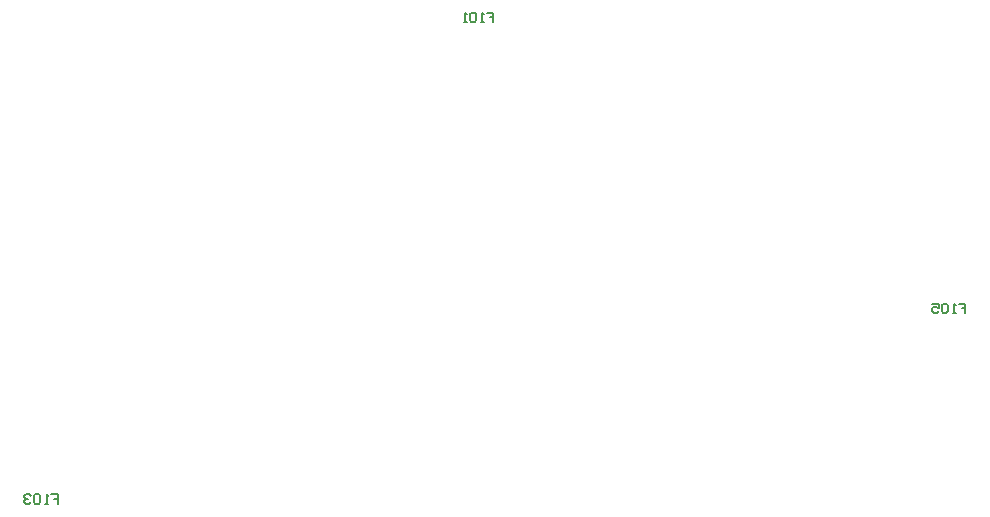
<source format=gbo>
G04 Layer_Color=32896*
%FSTAX24Y24*%
%MOIN*%
G70*
G01*
G75*
%ADD74C,0.0059*%
D74*
X412987Y366367D02*
X413197D01*
Y366209D01*
X413092D01*
X413197D01*
Y366052D01*
X412882D02*
X412778D01*
X41283D01*
Y366367D01*
X412882Y366314D01*
X41262D02*
X412568Y366367D01*
X412463D01*
X41241Y366314D01*
Y366104D01*
X412463Y366052D01*
X412568D01*
X41262Y366104D01*
Y366314D01*
X412305D02*
X412253Y366367D01*
X412148D01*
X412095Y366314D01*
Y366262D01*
X412148Y366209D01*
X4122D01*
X412148D01*
X412095Y366157D01*
Y366104D01*
X412148Y366052D01*
X412253D01*
X412305Y366104D01*
X427517Y382427D02*
X427727D01*
Y382269D01*
X427622D01*
X427727D01*
Y382112D01*
X427412D02*
X427308D01*
X42736D01*
Y382427D01*
X427412Y382374D01*
X42715D02*
X427098Y382427D01*
X426993D01*
X42694Y382374D01*
Y382164D01*
X426993Y382112D01*
X427098D01*
X42715Y382164D01*
Y382374D01*
X426835Y382112D02*
X42673D01*
X426783D01*
Y382427D01*
X426835Y382374D01*
X443247Y372727D02*
X443457D01*
Y372569D01*
X443352D01*
X443457D01*
Y372412D01*
X443142D02*
X443038D01*
X44309D01*
Y372727D01*
X443142Y372674D01*
X44288D02*
X442828Y372727D01*
X442723D01*
X44267Y372674D01*
Y372464D01*
X442723Y372412D01*
X442828D01*
X44288Y372464D01*
Y372674D01*
X442355Y372727D02*
X442565D01*
Y372569D01*
X44246Y372622D01*
X442408D01*
X442355Y372569D01*
Y372464D01*
X442408Y372412D01*
X442513D01*
X442565Y372464D01*
M02*

</source>
